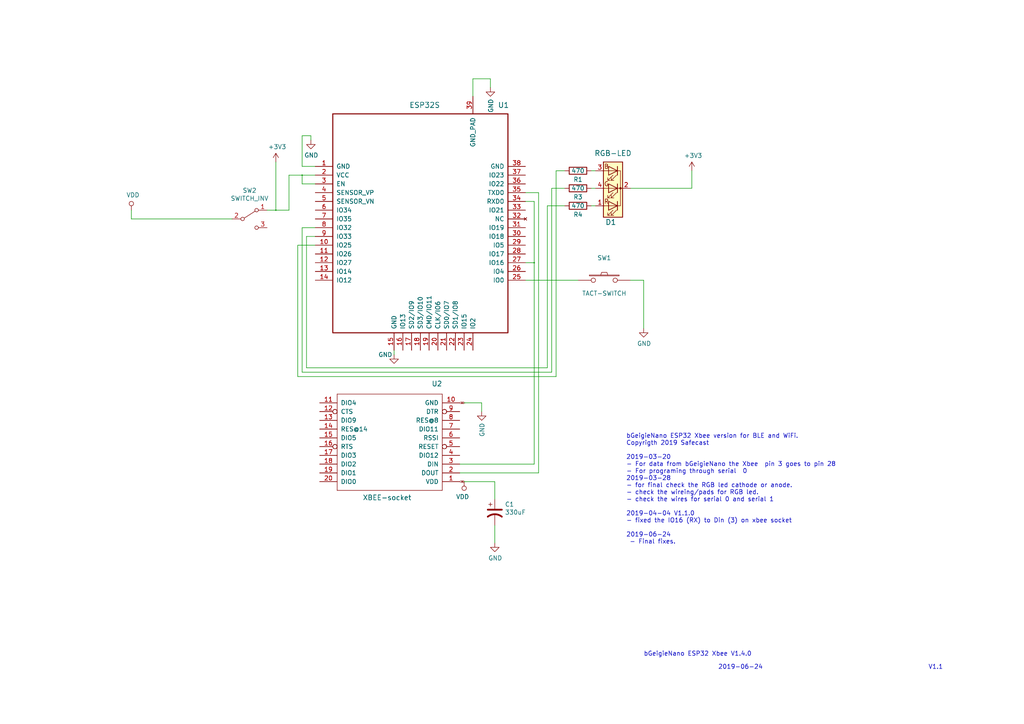
<source format=kicad_sch>
(kicad_sch (version 20210615) (generator eeschema)
  (paper "A4")
  (lib_symbols
    (symbol "Switch:SW_SPDT" (pin_names (offset 0) hide)
      (property "Reference" "SW" (at 0 4.318 0))
      (property "Value" "SW_SPDT" (at 0 -5.08 0))
      (symbol "SW_SPDT_0_0"
        (circle (center -2.032 0) (radius 0.508))
        (circle (center 2.032 -2.54) (radius 0.508))
      )
      (symbol "SW_SPDT_0_1"
        (circle (center 2.032 2.54) (radius 0.508))
        (polyline (pts (xy -1.524 0.254) (xy 1.651 2.286)))
      )
      (symbol "SW_SPDT_1_1"
        (pin passive line (at 5.08 2.54 180) (length 2.54) (name "A") (number "1"))
        (pin passive line (at -5.08 0 0) (length 2.54) (name "B") (number "2"))
        (pin passive line (at 5.08 -2.54 180) (length 2.54) (name "C") (number "3"))
      )
    )
    (symbol "power:+3.3V" (power) (pin_names (offset 0))
      (property "Value" "+3.3V" (at 0 3.556 0))
      (symbol "+3.3V_0_1"
        (polyline (pts (xy -0.762 1.27) (xy 0 2.54)))
        (polyline (pts (xy 0 0) (xy 0 2.54)))
        (polyline (pts (xy 0 2.54) (xy 0.762 1.27)))
      )
      (symbol "+3.3V_1_1"
        (pin power_in line (at 0 0 90) (length 0) hide (name "+3V3") (number "1"))
      )
    )
    (symbol "power:VDD" (power) (pin_names (offset 0))
      (property "Value" "VDD" (at 0 3.81 0))
      (symbol "VDD_0_1"
        (circle (center 0 1.905) (radius 0.635))
        (polyline (pts (xy 0 0) (xy 0 1.27)))
      )
      (symbol "VDD_1_1"
        (pin power_in line (at 0 0 90) (length 0) hide (name "VDD") (number "1"))
      )
    )
    (symbol "xbee-eagle-import:XBEE-1B2" (pin_names (offset 1.016))
      (property "Value" "XBEE-1B2" (at -15.24 -17.78 0))
      (symbol "XBEE-1B2_1_0"
        (polyline (pts (xy -15.24 -15.24) (xy -15.24 12.7)))
        (polyline (pts (xy -15.24 12.7) (xy 15.24 12.7)))
        (polyline (pts (xy 15.24 -15.24) (xy -15.24 -15.24)))
        (polyline (pts (xy 15.24 12.7) (xy 15.24 -15.24)))
        (pin power_in line (at -20.32 10.16 0) (length 5.08) (name "VDD") (number "1"))
        (pin power_in line (at -20.32 -12.7 0) (length 5.08) (name "GND") (number "10"))
        (pin bidirectional line (at 20.32 -12.7 180) (length 5.08) (name "DIO4") (number "11"))
        (pin output inverted (at 20.32 -10.16 180) (length 5.08) (name "CTS") (number "12"))
        (pin bidirectional line (at 20.32 -7.62 180) (length 5.08) (name "DIO9") (number "13"))
        (pin bidirectional line (at 20.32 -5.08 180) (length 5.08) (name "RES@14") (number "14"))
        (pin bidirectional line (at 20.32 -2.54 180) (length 5.08) (name "DIO5") (number "15"))
        (pin input inverted (at 20.32 0 180) (length 5.08) (name "RTS") (number "16"))
        (pin bidirectional line (at 20.32 2.54 180) (length 5.08) (name "DIO3") (number "17"))
        (pin bidirectional line (at 20.32 5.08 180) (length 5.08) (name "DIO2") (number "18"))
        (pin bidirectional line (at 20.32 7.62 180) (length 5.08) (name "DIO1") (number "19"))
        (pin output line (at -20.32 7.62 0) (length 5.08) (name "DOUT") (number "2"))
        (pin bidirectional line (at 20.32 10.16 180) (length 5.08) (name "DIO0") (number "20"))
        (pin input line (at -20.32 5.08 0) (length 5.08) (name "DIN") (number "3"))
        (pin bidirectional line (at -20.32 2.54 0) (length 5.08) (name "DIO12") (number "4"))
        (pin input inverted (at -20.32 0 0) (length 5.08) (name "RESET") (number "5"))
        (pin bidirectional line (at -20.32 -2.54 0) (length 5.08) (name "RSSI") (number "6"))
        (pin bidirectional line (at -20.32 -5.08 0) (length 5.08) (name "DIO11") (number "7"))
        (pin bidirectional line (at -20.32 -7.62 0) (length 5.08) (name "RES@8") (number "8"))
        (pin bidirectional inverted (at -20.32 -10.16 0) (length 5.08) (name "DTR") (number "9"))
      )
    )
    (symbol "xbee-rescue:CP1-kicad_project_geiger-cache" (pin_numbers hide) (pin_names (offset 0.254) hide)
      (property "Reference" "C" (at 0.635 2.54 0))
      (property "Value" "CP1-kicad_project_geiger-cache" (at 0.635 -2.54 0))
      (symbol "CP1-kicad_project_geiger-cache_0_1"
        (arc (start -2.032 -1.27) (end 2.032 -1.27) (radius (at 0 -3.81) (length 3.2512) (angles 128.7 51.3)) (stroke (width 0.508)))
        (polyline (pts (xy -2.032 0.762) (xy 2.032 0.762)) (stroke (width 0.508)))
        (polyline (pts (xy -1.778 2.286) (xy -0.762 2.286)))
        (polyline (pts (xy -1.27 1.778) (xy -1.27 2.794)))
      )
      (symbol "CP1-kicad_project_geiger-cache_1_1"
        (pin passive line (at 0 3.81 270) (length 2.794) (name "~") (number "1"))
        (pin passive line (at 0 -3.81 90) (length 3.302) (name "~") (number "2"))
      )
    )
    (symbol "xbee-rescue:ESP32S-espressif-xess" (pin_names (offset 1.016))
      (property "Reference" "U" (at 3.81 6.35 0))
      (property "Value" "ESP32S-espressif-xess" (at 3.81 3.81 0))
      (symbol "ESP32S-espressif-xess_1_1"
        (rectangle (start 5.08 15.24) (end 55.88 -48.26) (stroke (width 0.3048)))
        (pin power_in line (at 0 0 0) (length 5.08) (name "GND") (number "1"))
        (pin bidirectional line (at 0 -22.86 0) (length 5.08) (name "IO25") (number "10"))
        (pin input line (at 0 -25.4 0) (length 5.08) (name "IO26") (number "11"))
        (pin bidirectional line (at 0 -27.94 0) (length 5.08) (name "IO27") (number "12"))
        (pin bidirectional line (at 0 -30.48 0) (length 5.08) (name "IO14") (number "13"))
        (pin bidirectional line (at 0 -33.02 0) (length 5.08) (name "IO12") (number "14"))
        (pin power_in line (at 22.86 -53.34 90) (length 5.08) (name "GND") (number "15"))
        (pin bidirectional line (at 25.4 -53.34 90) (length 5.08) (name "IO13") (number "16"))
        (pin bidirectional line (at 27.94 -53.34 90) (length 5.08) (name "SD2/IO9") (number "17"))
        (pin bidirectional line (at 30.48 -53.34 90) (length 5.08) (name "SD3/IO10") (number "18"))
        (pin bidirectional line (at 33.02 -53.34 90) (length 5.08) (name "CMD/IO11") (number "19"))
        (pin power_in line (at 0 -2.54 0) (length 5.08) (name "VCC") (number "2"))
        (pin bidirectional line (at 35.56 -53.34 90) (length 5.08) (name "CLK/IO6") (number "20"))
        (pin bidirectional line (at 38.1 -53.34 90) (length 5.08) (name "SD0/IO7") (number "21"))
        (pin bidirectional line (at 40.64 -53.34 90) (length 5.08) (name "SD1/IO8") (number "22"))
        (pin bidirectional line (at 43.18 -53.34 90) (length 5.08) (name "IO15") (number "23"))
        (pin bidirectional line (at 45.72 -53.34 90) (length 5.08) (name "IO2") (number "24"))
        (pin bidirectional line (at 60.96 -33.02 180) (length 5.08) (name "IO0") (number "25"))
        (pin bidirectional line (at 60.96 -30.48 180) (length 5.08) (name "IO4") (number "26"))
        (pin bidirectional line (at 60.96 -27.94 180) (length 5.08) (name "IO16") (number "27"))
        (pin bidirectional line (at 60.96 -25.4 180) (length 5.08) (name "IO17") (number "28"))
        (pin bidirectional line (at 60.96 -22.86 180) (length 5.08) (name "IO5") (number "29"))
        (pin input line (at 0 -5.08 0) (length 5.08) (name "EN") (number "3"))
        (pin bidirectional line (at 60.96 -20.32 180) (length 5.08) (name "IO18") (number "30"))
        (pin bidirectional line (at 60.96 -17.78 180) (length 5.08) (name "IO19") (number "31"))
        (pin no_connect line (at 60.96 -15.24 180) (length 5.08) (name "NC") (number "32"))
        (pin bidirectional line (at 60.96 -12.7 180) (length 5.08) (name "IO21") (number "33"))
        (pin bidirectional line (at 60.96 -10.16 180) (length 5.08) (name "RXD0") (number "34"))
        (pin bidirectional line (at 60.96 -7.62 180) (length 5.08) (name "TXD0") (number "35"))
        (pin bidirectional line (at 60.96 -5.08 180) (length 5.08) (name "IO22") (number "36"))
        (pin bidirectional line (at 60.96 -2.54 180) (length 5.08) (name "IO23") (number "37"))
        (pin power_in line (at 60.96 0 180) (length 5.08) (name "GND") (number "38"))
        (pin power_in line (at 45.72 20.32 270) (length 5.08) (name "GND_PAD") (number "39"))
        (pin input line (at 0 -7.62 0) (length 5.08) (name "SENSOR_VP") (number "4"))
        (pin input line (at 0 -10.16 0) (length 5.08) (name "SENSOR_VN") (number "5"))
        (pin bidirectional line (at 0 -12.7 0) (length 5.08) (name "IO34") (number "6"))
        (pin bidirectional line (at 0 -15.24 0) (length 5.08) (name "IO35") (number "7"))
        (pin bidirectional line (at 0 -17.78 0) (length 5.08) (name "IO32") (number "8"))
        (pin bidirectional line (at 0 -20.32 0) (length 5.08) (name "IO33") (number "9"))
      )
    )
    (symbol "xbee-rescue:GND-kicad_project_geiger-cache" (power) (pin_names (offset 0))
      (property "Value" "GND-kicad_project_geiger-cache" (at 0 -3.81 0))
      (symbol "GND-kicad_project_geiger-cache_0_1"
        (polyline (pts (xy 0 0) (xy 0 -1.27) (xy 1.27 -1.27) (xy 0 -2.54) (xy -1.27 -1.27) (xy 0 -1.27)))
      )
      (symbol "GND-kicad_project_geiger-cache_1_1"
        (pin power_in line (at 0 0 270) (length 0) hide (name "GND") (number "1"))
      )
    )
    (symbol "xbee-rescue:LED_RCBG-device" (pin_names (offset 0) hide)
      (property "Reference" "D" (at 0 9.398 0))
      (property "Value" "LED_RCBG-device" (at 0 -8.89 0))
      (symbol "LED_RCBG-device_0_0"
        (text "B" (at 1.905 -6.35 0) (effects (font (size 1.27 1.27))))
        (text "G" (at 1.905 -1.27 0) (effects (font (size 1.27 1.27))))
        (text "R" (at 1.905 3.81 0) (effects (font (size 1.27 1.27))))
      )
      (symbol "LED_RCBG-device_0_1"
        (circle (center -2.159 0) (radius 0.254) (fill (type outline)))
        (rectangle (start 1.27 -1.27) (end 1.27 1.27))
        (rectangle (start 1.27 1.27) (end 1.27 1.27))
        (rectangle (start 1.27 3.81) (end 1.27 6.35))
        (rectangle (start 1.27 6.35) (end 1.27 6.35))
        (rectangle (start 2.794 8.382) (end -2.794 -7.62) (stroke (width 0.254)) (fill (type background)))
        (polyline (pts (xy -1.27 -5.08) (xy 1.27 -5.08)))
        (polyline (pts (xy -1.27 -3.81) (xy -1.27 -6.35)))
        (polyline (pts (xy -1.27 -3.81) (xy -1.27 -6.35)) (stroke (width 0.2032)))
        (polyline (pts (xy -1.27 0) (xy -2.54 0)))
        (polyline (pts (xy -1.27 1.27) (xy -1.27 -1.27)) (stroke (width 0.2032)))
        (polyline (pts (xy -1.27 5.08) (xy 1.27 5.08)))
        (polyline (pts (xy -1.27 6.35) (xy -1.27 3.81)) (stroke (width 0.2032)))
        (polyline (pts (xy 1.27 -5.08) (xy 2.54 -5.08)))
        (polyline (pts (xy 1.27 0) (xy -1.27 0)))
        (polyline (pts (xy 1.27 0) (xy 2.54 0)))
        (polyline (pts (xy 1.27 5.08) (xy 2.54 5.08)))
        (polyline (pts (xy -1.27 1.27) (xy -1.27 -1.27) (xy -1.27 -1.27)))
        (polyline (pts (xy -1.27 6.35) (xy -1.27 3.81) (xy -1.27 3.81)))
        (polyline (pts (xy -1.27 5.08) (xy -2.159 5.08) (xy -2.159 -5.08) (xy -1.016 -5.08)))
        (polyline (pts (xy 1.27 -3.81) (xy 1.27 -6.35) (xy -1.27 -5.08) (xy 1.27 -3.81)) (stroke (width 0.2032)))
        (polyline (pts (xy 1.27 1.27) (xy 1.27 -1.27) (xy -1.27 0) (xy 1.27 1.27)) (stroke (width 0.2032)))
        (polyline (pts (xy 1.27 6.35) (xy 1.27 3.81) (xy -1.27 5.08) (xy 1.27 6.35)) (stroke (width 0.2032)))
        (polyline (pts (xy -1.016 -3.81) (xy 0.508 -2.286) (xy -0.254 -2.286) (xy 0.508 -2.286) (xy 0.508 -3.048)))
        (polyline (pts (xy -1.016 1.27) (xy 0.508 2.794) (xy -0.254 2.794) (xy 0.508 2.794) (xy 0.508 2.032)))
        (polyline (pts (xy -1.016 6.35) (xy 0.508 7.874) (xy -0.254 7.874) (xy 0.508 7.874) (xy 0.508 7.112)))
        (polyline (pts (xy 0 -3.81) (xy 1.524 -2.286) (xy 0.762 -2.286) (xy 1.524 -2.286) (xy 1.524 -3.048)))
        (polyline (pts (xy 0 1.27) (xy 1.524 2.794) (xy 0.762 2.794) (xy 1.524 2.794) (xy 1.524 2.032)))
        (polyline (pts (xy 0 6.35) (xy 1.524 7.874) (xy 0.762 7.874) (xy 1.524 7.874) (xy 1.524 7.112)))
      )
      (symbol "LED_RCBG-device_1_1"
        (pin passive line (at 5.08 5.08 180) (length 2.54) (name "RA") (number "1"))
        (pin passive line (at -5.08 0 0) (length 2.54) (name "K") (number "2"))
        (pin passive line (at 5.08 -5.08 180) (length 2.54) (name "BA") (number "3"))
        (pin passive line (at 5.08 0 180) (length 2.54) (name "GA") (number "4"))
      )
    )
    (symbol "xbee-rescue:R-device" (pin_numbers hide) (pin_names (offset 0))
      (property "Reference" "R" (at 2.032 0 90))
      (property "Value" "R-device" (at 0 0 90))
      (symbol "R-device_0_1"
        (rectangle (start -1.016 -2.54) (end 1.016 2.54) (stroke (width 0.254)))
      )
      (symbol "R-device_1_1"
        (pin passive line (at 0 3.81 270) (length 1.27) (name "~") (number "1"))
        (pin passive line (at 0 -3.81 90) (length 1.27) (name "~") (number "2"))
      )
    )
    (symbol "xbee-rescue:TACT-SWITCH-tinkerforge" (pin_numbers hide) (pin_names (offset 1.016) hide)
      (property "Reference" "SW" (at 3.81 2.794 0))
      (property "Value" "TACT-SWITCH-tinkerforge" (at 0 -2.032 0))
      (symbol "TACT-SWITCH-tinkerforge_0_1"
        (rectangle (start -4.318 1.27) (end 4.318 1.524))
        (polyline (pts (xy -1.016 1.524) (xy -0.762 2.286) (xy 0.762 2.286) (xy 1.016 1.524)))
        (pin passive inverted (at -7.62 0 0) (length 5.08) (name "1") (number "1"))
        (pin passive inverted (at 7.62 0 180) (length 5.08) (name "2") (number "2"))
      )
    )
  )
  (junction (at 80.01 60.96) (diameter 0.259))
  (junction (at 87.63 50.8) (diameter 0.259))
  (junction (at 154.94 76.2) (diameter 0.259))
  (wire (pts (xy 38.1 63.5) (xy 38.1 60.96)))
  (wire (pts (xy 38.1 63.5) (xy 67.31 63.5)))
  (wire (pts (xy 77.47 60.96) (xy 80.01 60.96)))
  (wire (pts (xy 80.01 46.99) (xy 80.01 60.96)))
  (wire (pts (xy 80.01 60.96) (xy 83.82 60.96)))
  (wire (pts (xy 83.82 50.8) (xy 83.82 60.96)))
  (wire (pts (xy 83.82 50.8) (xy 87.63 50.8)))
  (wire (pts (xy 86.36 71.12) (xy 86.36 109.22)))
  (wire (pts (xy 86.36 109.22) (xy 161.29 109.22)))
  (wire (pts (xy 87.63 39.37) (xy 90.17 39.37)))
  (wire (pts (xy 87.63 48.26) (xy 87.63 39.37)))
  (wire (pts (xy 87.63 48.26) (xy 91.44 48.26)))
  (wire (pts (xy 87.63 50.8) (xy 91.44 50.8)))
  (wire (pts (xy 87.63 53.34) (xy 87.63 50.8)))
  (wire (pts (xy 87.63 66.04) (xy 87.63 107.95)))
  (wire (pts (xy 87.63 107.95) (xy 160.02 107.95)))
  (wire (pts (xy 88.9 68.58) (xy 91.44 68.58)))
  (wire (pts (xy 88.9 106.68) (xy 88.9 68.58)))
  (wire (pts (xy 88.9 106.68) (xy 158.75 106.68)))
  (wire (pts (xy 90.17 39.37) (xy 90.17 40.64)))
  (wire (pts (xy 91.44 53.34) (xy 87.63 53.34)))
  (wire (pts (xy 91.44 66.04) (xy 87.63 66.04)))
  (wire (pts (xy 91.44 71.12) (xy 86.36 71.12)))
  (wire (pts (xy 114.3 102.87) (xy 114.3 101.6)))
  (wire (pts (xy 133.35 134.62) (xy 154.94 134.62)))
  (wire (pts (xy 133.35 137.16) (xy 156.21 137.16)))
  (wire (pts (xy 134.62 116.84) (xy 139.7 116.84)))
  (wire (pts (xy 134.62 139.7) (xy 143.51 139.7)))
  (wire (pts (xy 137.16 22.86) (xy 142.24 22.86)))
  (wire (pts (xy 137.16 27.94) (xy 137.16 22.86)))
  (wire (pts (xy 139.7 116.84) (xy 139.7 119.38)))
  (wire (pts (xy 142.24 22.86) (xy 142.24 25.4)))
  (wire (pts (xy 143.51 139.7) (xy 143.51 144.78)))
  (wire (pts (xy 143.51 157.48) (xy 143.51 152.4)))
  (wire (pts (xy 152.4 58.42) (xy 154.94 58.42)))
  (wire (pts (xy 152.4 76.2) (xy 154.94 76.2)))
  (wire (pts (xy 152.4 81.28) (xy 167.64 81.28)))
  (wire (pts (xy 154.94 58.42) (xy 154.94 76.2)))
  (wire (pts (xy 154.94 76.2) (xy 154.94 134.62)))
  (wire (pts (xy 156.21 55.88) (xy 152.4 55.88)))
  (wire (pts (xy 156.21 55.88) (xy 156.21 137.16)))
  (wire (pts (xy 158.75 59.69) (xy 158.75 106.68)))
  (wire (pts (xy 158.75 59.69) (xy 163.83 59.69)))
  (wire (pts (xy 160.02 54.61) (xy 163.83 54.61)))
  (wire (pts (xy 160.02 107.95) (xy 160.02 54.61)))
  (wire (pts (xy 161.29 109.22) (xy 161.29 49.53)))
  (wire (pts (xy 163.83 49.53) (xy 161.29 49.53)))
  (wire (pts (xy 171.45 54.61) (xy 172.72 54.61)))
  (wire (pts (xy 171.45 59.69) (xy 172.72 59.69)))
  (wire (pts (xy 172.72 49.53) (xy 171.45 49.53)))
  (wire (pts (xy 182.88 54.61) (xy 200.66 54.61)))
  (wire (pts (xy 186.69 81.28) (xy 182.88 81.28)))
  (wire (pts (xy 186.69 95.25) (xy 186.69 81.28)))
  (wire (pts (xy 200.66 54.61) (xy 200.66 49.53)))
  (text "bGeigieNano ESP32 Xbee version for BLE and WiFi.\nCopyrigth 2019 Safecast\n\n2019-03-20\n- For data from bGeigieNano the Xbee  pin 3 goes to pin 28\n- For programing through serial  0\n2019-03-28\n- for final check the RGB led cathode or anode.\n- check the wireing/pads for RGB led.\n- check the wires for serial 0 and serial 1\n\n2019-04-04 V1.1.0 \n- fixed the IO16 (RX) to Din (3) on xbee socket\n\n2019-06-24\n - Final fixes.\n\n" (at 181.61 160.02 0) (effects (font (size 1.27 1.27)) (justify left bottom)))
  (text "bGeigieNano ESP32 Xbee V1.4.0" (at 186.69 190.5 0) (effects (font (size 1.27 1.27)) (justify left bottom)))
  (text "2019-06-24" (at 208.28 194.31 0) (effects (font (size 1.27 1.27)) (justify left bottom)))
  (text "V1.1" (at 269.24 194.31 0) (effects (font (size 1.27 1.27)) (justify left bottom)))
  (global_label "GND" (shape bidirectional) (at 133.35 116.84 0) (effects (font (size 0.254 0.254))) (property "Intersheet References" "${INTERSHEET_REFS}" (effects hide)))
  (global_label "VDD" (shape bidirectional) (at 133.35 139.7 0) (effects (font (size 0.254 0.254))) (property "Intersheet References" "${INTERSHEET_REFS}" (effects hide)))
  (symbol (lib_id "power:VDD") (at 38.1 60.96 0) (unit 1)
    (property "Reference" "#PWR0101" (effects hide))
    (property "Value" "VDD" (at 38.5572 56.5658 0))
  )
  (symbol (lib_id "power:VDD") (at 134.62 139.7 180) (unit 1)
    (property "Reference" "#PWR0105" (effects hide))
    (property "Value" "VDD" (at 134.1628 144.0942 0))
  )
  (symbol (lib_id "power:+3.3V") (at 80.01 46.99 0) (unit 1)
    (property "Reference" "#PWR0102" (effects hide))
    (property "Value" "+3.3V" (at 80.391 42.5958 0))
  )
  (symbol (lib_id "power:+3.3V") (at 200.66 49.53 0) (unit 1)
    (property "Reference" "#PWR02" (effects hide))
    (property "Value" "+3.3V" (at 201.041 45.1358 0))
  )
  (symbol (lib_id "xbee-rescue:GND-kicad_project_geiger-cache") (at 90.17 40.64 0) (unit 1)
    (property "Reference" "#PWR03" (effects hide))
    (property "Value" "GND" (at 90.297 45.0342 0))
  )
  (symbol (lib_id "xbee-rescue:GND-kicad_project_geiger-cache") (at 114.3 102.87 0) (unit 1)
    (property "Reference" "#PWR0104" (effects hide))
    (property "Value" "GND" (at 111.76 102.87 0))
  )
  (symbol (lib_id "xbee-rescue:GND-kicad_project_geiger-cache") (at 139.7 119.38 0) (unit 1)
    (property "Reference" "#PWR01" (effects hide))
    (property "Value" "GND" (at 139.827 122.6312 90) (effects (justify right)))
  )
  (symbol (lib_id "xbee-rescue:GND-kicad_project_geiger-cache") (at 142.24 25.4 0) (unit 1)
    (property "Reference" "#PWR0107" (effects hide))
    (property "Value" "GND" (at 142.367 28.6512 90) (effects (justify right)))
  )
  (symbol (lib_id "xbee-rescue:GND-kicad_project_geiger-cache") (at 143.51 157.48 0) (unit 1)
    (property "Reference" "#PWR04" (effects hide))
    (property "Value" "GND" (at 143.637 161.8742 0))
  )
  (symbol (lib_id "xbee-rescue:GND-kicad_project_geiger-cache") (at 186.69 95.25 0) (unit 1)
    (property "Reference" "#PWR0106" (effects hide))
    (property "Value" "GND" (at 186.817 99.6442 0))
  )
  (symbol (lib_id "xbee-rescue:R-device") (at 167.64 49.53 90) (unit 1)
    (property "Reference" "R1" (at 167.64 52.07 90))
    (property "Value" "470" (at 167.64 49.53 90))
    (property "Footprint" "Resistors_SMD:R_0805_HandSoldering" (effects hide))
  )
  (symbol (lib_id "xbee-rescue:R-device") (at 167.64 54.61 90) (unit 1)
    (property "Reference" "R3" (at 167.64 57.15 90))
    (property "Value" "470" (at 167.64 54.61 90))
    (property "Footprint" "Resistors_SMD:R_0805_HandSoldering" (effects hide))
  )
  (symbol (lib_id "xbee-rescue:R-device") (at 167.64 59.69 90) (unit 1)
    (property "Reference" "R4" (at 167.64 62.23 90))
    (property "Value" "470" (at 167.64 59.69 90))
    (property "Footprint" "Resistors_SMD:R_0805_HandSoldering" (effects hide))
  )
  (symbol (lib_id "xbee-rescue:CP1-kicad_project_geiger-cache") (at 143.51 148.59 0) (unit 1)
    (property "Reference" "C1" (at 146.431 146.2786 0) (effects (justify left)))
    (property "Value" "330uF" (at 146.431 148.59 0) (effects (justify left)))
    (property "Footprint" "Capacitor_Tantalum_SMD:CP_EIA-6032-15_Kemet-U_Pad2.25x2.35mm_HandSolder" (effects hide))
  )
  (symbol (lib_id "xbee-rescue:TACT-SWITCH-tinkerforge") (at 175.26 81.28 0) (unit 1)
    (property "Reference" "SW1" (at 175.26 74.803 0))
    (property "Value" "TACT-SWITCH" (at 175.26 85.09 0))
    (property "Footprint" "Buttons_Switches_SMD:SW_SPST_TL3342" (effects hide))
  )
  (symbol (lib_id "Switch:SW_SPDT") (at 72.39 63.5 0) (unit 1)
    (property "Reference" "SW2" (at 72.39 55.245 0))
    (property "Value" "SWITCH_INV" (at 72.39 57.5564 0))
    (property "Footprint" "Buttons_Switches_SMD:SW_SPDT_PCM12" (effects hide))
  )
  (symbol (lib_id "xbee-rescue:LED_RCBG-device") (at 177.8 54.61 180) (unit 1)
    (property "Reference" "D1" (at 177.165 64.4398 0) (effects (font (size 1.524 1.524))))
    (property "Value" "RGB-LED" (at 177.8 44.45 0) (effects (font (size 1.524 1.524))))
    (property "Footprint" "digikey-footprints:DJS-BRGBC-TR8" (effects hide))
  )
  (symbol (lib_id "xbee-eagle-import:XBEE-1B2") (at 113.03 129.54 180) (unit 1)
    (property "Reference" "U2" (at 128.27 110.49 0) (effects (font (size 1.4224 1.4224)) (justify left bottom)))
    (property "Value" "XBEE-socket" (at 119.38 143.51 0) (effects (font (size 1.4224 1.4224)) (justify left bottom)))
    (property "Footprint" "digikey-footprints:XBEE-20_THT" (effects hide))
  )
  (symbol (lib_id "xbee-rescue:ESP32S-espressif-xess") (at 91.44 48.26 0) (unit 1)
    (property "Reference" "U1" (at 146.05 30.48 0) (effects (font (size 1.524 1.524))))
    (property "Value" "ESP32S" (at 123.19 30.48 0) (effects (font (size 1.524 1.524))))
    (property "Footprint" "ESP32-footprints-Lib:ESP-32S" (effects hide))
    (property "Datasheet" "http://www.shenzhen2u.com/ESP-32S" (effects hide))
  )
)
</source>
